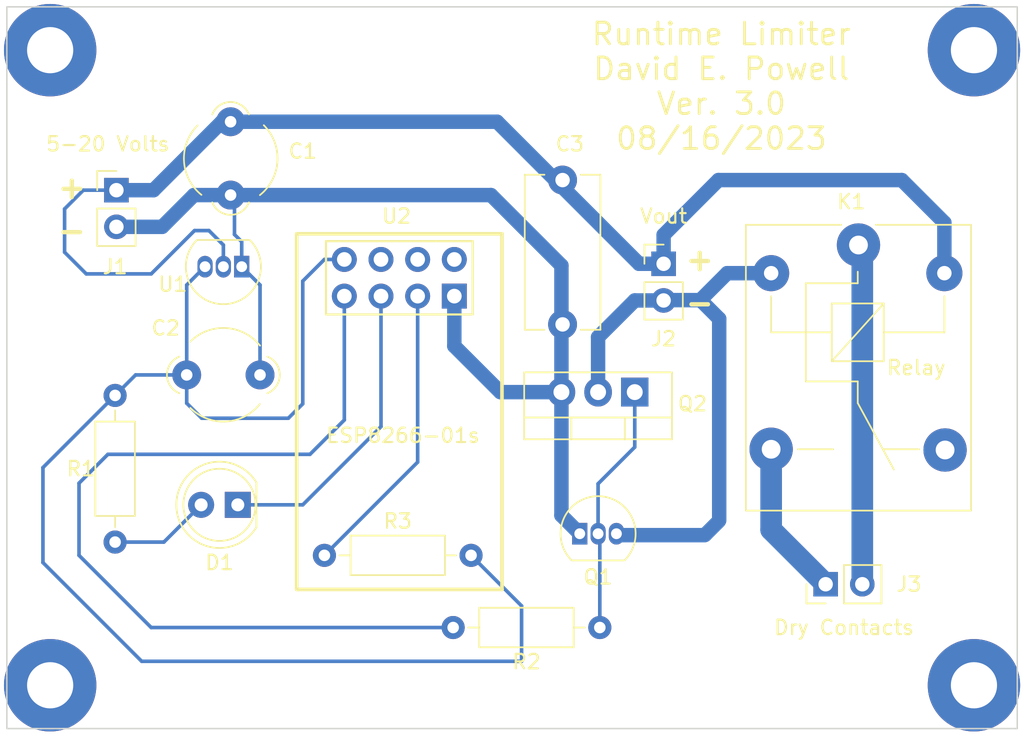
<source format=kicad_pcb>
(kicad_pcb (version 20211014) (generator pcbnew)
  (title_block (title "Runtime Limiter") (date "2023-06-26") (rev "01") (company "David E. Powell"))
  (layers (0 "F.Cu" signal) (31 "B.Cu" signal) (36 "B.SilkS" user "B.Silkscreen") (37 "F.SilkS" user "F.Silkscreen") (38 "B.Mask" user) (39 "F.Mask" user) (44 "Edge.Cuts" user))
  (net 0 "")
  (net 1 "GNDREF")
  (net 2 "Net-(Q1-Pad2)")
  (net 6 "Net-(R2-Pad2)")
  (net 7 "Net-(D1-Pad1)")
  (net 8 "Net-(D1-Pad2)")
  (net 9 "/Control Power")
  (net 10 "/Internal Power")
  (net 11 "/Control Ground")
  (net 12 "Net-(J3-Pad1)")
  (net 13 "Net-(J3-Pad2)")
  (net 15 "Net-(U2-Pad3)")
  (footprint "MountingHole:MountingHole_3.2mm_M3_Pad" (layer "F.Cu") (at 3 3)
    (fp_text reference "REF**" hide)
    (fp_text value "MountingHole_3.2mm_M3_Pad" hide)
    (pad "1" thru_hole circle locked (at 0 0) (size 6.4 6.4) (drill 3.2) (layers *.Cu *.Mask))
  )
  (footprint "Connector_PinHeader_2.54mm:PinHeader_1x02_P2.54mm_Vertical" (layer "F.Cu") (at 56.725 40 90)
    (fp_text reference "J3" (at 0 5.775) (layer "F.SilkS"))
    (fp_text value "Dry Contacts" (at -3 1.275) (layer "F.SilkS"))
    (fp_line (start -1.33 3.87) (end 1.33 3.87) (layer "F.SilkS") (width 0.12))
    (fp_line (start -1.33 1.27) (end -1.33 3.87) (layer "F.SilkS") (width 0.12))
    (fp_line (start -1.33 1.27) (end 1.33 1.27) (layer "F.SilkS") (width 0.12))
    (fp_line (start -1.33 0) (end -1.33 -1.33) (layer "F.SilkS") (width 0.12))
    (fp_line (start 1.33 1.27) (end 1.33 3.87) (layer "F.SilkS") (width 0.12))
    (fp_line (start -1.33 -1.33) (end 0 -1.33) (layer "F.SilkS") (width 0.12))
    (pad "1" thru_hole rect (at 0 0 90) (size 1.7 1.7) (drill 1) (layers *.Cu *.Mask) (net 12 "Net-(J3-Pad1)"))
    (pad "2" thru_hole oval (at 0 2.54 90) (size 1.7 1.7) (drill 1) (layers *.Cu *.Mask) (net 13 "Net-(J3-Pad2)"))
  )
  (footprint "Resistor_THT:R_Axial_DIN0207_L6.3mm_D2.5mm_P10.16mm_Horizontal" (layer "F.Cu") (at 22 38)
    (fp_text reference "R3" (at 5.08 -2.37) (layer "F.SilkS"))
    (fp_text value "12K")
    (fp_line (start 1.81 1.37) (end 8.35 1.37) (layer "F.SilkS") (width 0.12))
    (fp_line (start 1.81 -1.37) (end 1.81 1.37) (layer "F.SilkS") (width 0.12))
    (fp_line (start 9.12 0) (end 8.35 0) (layer "F.SilkS") (width 0.12))
    (fp_line (start 8.35 -1.37) (end 1.81 -1.37) (layer "F.SilkS") (width 0.12))
    (fp_line (start 1.04 0) (end 1.81 0) (layer "F.SilkS") (width 0.12))
    (fp_line (start 8.35 1.37) (end 8.35 -1.37) (layer "F.SilkS") (width 0.12))
    (pad "1" thru_hole circle (at 0 0) (size 1.6 1.6) (drill 0.8) (layers *.Cu *.Mask) (net 15 "Net-(U2-Pad3)"))
    (pad "2" thru_hole oval (at 10.16 0) (size 1.6 1.6) (drill 0.8) (layers *.Cu *.Mask) (net 10 "/Internal Power"))
  )
  (footprint "MountingHole:MountingHole_3.2mm_M3_Pad" (layer "F.Cu") (at 3 47)
    (fp_text reference "REF**" hide)
    (fp_text value "MountingHole_3.2mm_M3_Pad" hide)
    (pad "1" thru_hole circle locked (at 0 0) (size 6.4 6.4) (drill 3.2) (layers *.Cu *.Mask))
  )
  (footprint "Relay_THT:Relay_SPDT_SANYOU_SRD_Series_Form_C" (layer "F.Cu") (at 59 16.5 -90)
    (fp_text reference "K1" (at -3 0.5 -180) (layer "F.SilkS"))
    (fp_text value "Relay" (at 8.5 -4) (layer "F.SilkS"))
    (fp_line (start 6.05 -5.95) (end 3.55 -5.95) (layer "F.SilkS") (width 0.12))
    (fp_line (start 14.15 4.2) (end 14.15 1.75) (layer "F.SilkS") (width 0.12))
    (fp_line (start 10.95 0.05) (end 15.55 -2.45) (layer "F.SilkS") (width 0.12))
    (fp_line (start 2.65 0.05) (end 1.85 0.05) (layer "F.SilkS") (width 0.12))
    (fp_line (start 9.45 0.05) (end 9.45 3.65) (layer "F.SilkS") (width 0.12))
    (fp_line (start 3.55 6.05) (end 6.05 6.05) (layer "F.SilkS") (width 0.12))
    (fp_line (start 8.05 1.85) (end 4.05 1.85) (layer "F.SilkS") (width 0.12))
    (fp_line (start 6.05 1.85) (end 6.05 6.05) (layer "F.SilkS") (width 0.12))
    (fp_line (start 4.05 -1.75) (end 8.05 -1.75) (layer "F.SilkS") (width 0.12))
    (fp_line (start 2.65 0.05) (end 2.65 3.65) (layer "F.SilkS") (width 0.12))
    (fp_line (start 18.4 -7.8) (end 18.4 7.8) (layer "F.SilkS") (width 0.12))
    (fp_line (start -1.4 1.2) (end -1.4 7.8) (layer "F.SilkS") (width 0.12))
    (fp_line (start -1.4 -7.8) (end -1.4 -1.2) (layer "F.SilkS") (width 0.12))
    (fp_line (start -1.4 -7.8) (end 18.4 -7.8) (layer "F.SilkS") (width 0.12))
    (fp_line (start 6.05 -5.95) (end 6.05 -1.75) (layer "F.SilkS") (width 0.12))
    (fp_line (start 8.05 -1.75) (end 8.05 1.85) (layer "F.SilkS") (width 0.12))
    (fp_line (start 8.05 1.85) (end 4.05 -1.75) (layer "F.SilkS") (width 0.12))
    (fp_line (start 9.45 0.05) (end 10.95 0.05) (layer "F.SilkS") (width 0.12))
    (fp_line (start 18.4 7.8) (end -1.4 7.8) (layer "F.SilkS") (width 0.12))
    (fp_line (start 4.05 1.85) (end 4.05 -1.75) (layer "F.SilkS") (width 0.12))
    (fp_line (start 14.15 -4.2) (end 14.15 -1.7) (layer "F.SilkS") (width 0.12))
    (fp_line (start 9.45 3.65) (end 2.65 3.65) (layer "F.SilkS") (width 0.12))
    (pad "1" thru_hole circle (at 0 0) (size 3 3) (drill 1.3) (layers *.Cu *.Mask) (net 13 "Net-(J3-Pad2)"))
    (pad "2" thru_hole circle (at 1.95 6.05) (size 2.5 2.5) (drill 1) (layers *.Cu *.Mask) (net 11 "/Control Ground"))
    (pad "3" thru_hole circle (at 14.15 6.05) (size 3 3) (drill 1.3) (layers *.Cu *.Mask) (net 12 "Net-(J3-Pad1)"))
    (pad "4" thru_hole circle (at 14.2 -6) (size 3 3) (drill 1.3) (layers *.Cu *.Mask))
    (pad "5" thru_hole circle (at 1.95 -5.95) (size 2.5 2.5) (drill 1) (layers *.Cu *.Mask) (net 9 "/Control Power"))
  )
  (footprint "MountingHole:MountingHole_3.2mm_M3_Pad" (layer "F.Cu") (at 67 47)
    (fp_text reference "REF**" hide)
    (fp_text value "MountingHole_3.2mm_M3_Pad" hide)
    (pad "1" thru_hole circle locked (at 0 0) (size 6.4 6.4) (drill 3.2) (layers *.Cu *.Mask))
  )
  (footprint "Connector_PinHeader_2.54mm:PinHeader_1x02_P2.54mm_Vertical" (layer "F.Cu") (at 7.59 12.7)
    (fp_text reference "J1" (at -0.09 5.3) (layer "F.SilkS"))
    (fp_text value "5-20 Volts" (at -0.59 -3.2) (layer "F.SilkS"))
    (fp_line (start 1.33 1.27) (end 1.33 3.87) (layer "F.SilkS") (width 0.12))
    (fp_line (start -1.33 0) (end -1.33 -1.33) (layer "F.SilkS") (width 0.12))
    (fp_line (start -1.33 3.87) (end 1.33 3.87) (layer "F.SilkS") (width 0.12))
    (fp_line (start -1.33 1.27) (end -1.33 3.87) (layer "F.SilkS") (width 0.12))
    (fp_line (start -1.33 1.27) (end 1.33 1.27) (layer "F.SilkS") (width 0.12))
    (fp_line (start -1.33 -1.33) (end 0 -1.33) (layer "F.SilkS") (width 0.12))
    (pad "1" thru_hole rect (at 0 0) (size 1.7 1.7) (drill 1) (layers *.Cu *.Mask) (net 9 "/Control Power"))
    (pad "2" thru_hole oval (at 0 2.54) (size 1.7 1.7) (drill 1) (layers *.Cu *.Mask) (net 1 "GNDREF"))
  )
  (footprint "Connector_PinHeader_2.54mm:PinHeader_1x02_P2.54mm_Vertical" (layer "F.Cu") (at 45.5 17.8)
    (fp_text reference "J2" (at 0 5.2) (layer "F.SilkS"))
    (fp_text value "Vout" (at 0 -3.3) (layer "F.SilkS"))
    (fp_line (start -1.33 3.87) (end 1.33 3.87) (layer "F.SilkS") (width 0.12))
    (fp_line (start -1.33 -1.33) (end 0 -1.33) (layer "F.SilkS") (width 0.12))
    (fp_line (start -1.33 1.27) (end -1.33 3.87) (layer "F.SilkS") (width 0.12))
    (fp_line (start -1.33 0) (end -1.33 -1.33) (layer "F.SilkS") (width 0.12))
    (fp_line (start 1.33 1.27) (end 1.33 3.87) (layer "F.SilkS") (width 0.12))
    (fp_line (start -1.33 1.27) (end 1.33 1.27) (layer "F.SilkS") (width 0.12))
    (pad "1" thru_hole rect (at 0 0) (size 1.7 1.7) (drill 1) (layers *.Cu *.Mask) (net 9 "/Control Power"))
    (pad "2" thru_hole oval (at 0 2.54) (size 1.7 1.7) (drill 1) (layers *.Cu *.Mask) (net 11 "/Control Ground"))
  )
  (footprint "Ferrite_THT:LairdTech_28C0236-0JW-10" (layer "F.Cu") (at 12.46 25.5)
    (fp_text reference "C2" (at -1.46 -3.24781) (layer "F.SilkS"))
    (fp_text value "1.0" hide)
    (fp_arc (start 0.239932 -2.300068) (mid 2.71988 -3.24781) (end 5.08 -2.032) (layer "F.SilkS") (width 0.12))
    (fp_arc (start 5.064465 2.019572) (mid 2.71878 3.227946) (end 0.254 2.286) (layer "F.SilkS") (width 0.12))
    (fp_arc (start -0.508 1.27) (mid -1.367832 0) (end -0.508 -1.27) (layer "F.SilkS") (width 0.12))
    (fp_arc (start 5.588 -1.27) (mid 6.447832 0) (end 5.588 1.27) (layer "F.SilkS") (width 0.12))
    (pad "1" thru_hole circle (at 0 0) (size 2 2) (drill 0.8) (layers *.Cu *.Mask) (net 10 "/Internal Power"))
    (pad "2" thru_hole circle (at 5.08 0) (size 2 2) (drill 0.8) (layers *.Cu *.Mask) (net 1 "GNDREF"))
  )
  (footprint "Resistor_THT:R_Axial_DIN0207_L6.3mm_D2.5mm_P10.16mm_Horizontal" (layer "F.Cu") (at 7.5 37.08 90)
    (fp_text reference "R1" (at 5.08 -2.37) (layer "F.SilkS"))
    (fp_text value "220" hide)
    (fp_line (start 8.35 1.37) (end 8.35 -1.37) (layer "F.SilkS") (width 0.12))
    (fp_line (start 1.81 -1.37) (end 1.81 1.37) (layer "F.SilkS") (width 0.12))
    (fp_line (start 9.12 0) (end 8.35 0) (layer "F.SilkS") (width 0.12))
    (fp_line (start 1.04 0) (end 1.81 0) (layer "F.SilkS") (width 0.12))
    (fp_line (start 1.81 1.37) (end 8.35 1.37) (layer "F.SilkS") (width 0.12))
    (fp_line (start 8.35 -1.37) (end 1.81 -1.37) (layer "F.SilkS") (width 0.12))
    (pad "1" thru_hole circle (at 0 0 90) (size 1.6 1.6) (drill 0.8) (layers *.Cu *.Mask) (net 8 "Net-(D1-Pad2)"))
    (pad "2" thru_hole oval (at 10.16 0 90) (size 1.6 1.6) (drill 0.8) (layers *.Cu *.Mask) (net 10 "/Internal Power"))
  )
  (footprint "Package_TO_SOT_THT:TO-92_Inline" (layer "F.Cu") (at 16.27 18 180)
    (fp_text reference "U1" (at 4.77 -1.22) (layer "F.SilkS"))
    (fp_text value "MCP1700-330" hide)
    (fp_line (start -0.53 1.85) (end 3.07 1.85) (layer "F.SilkS") (width 0.12))
    (fp_arc (start 1.27 -2.6) (mid 3.672087 -0.994977) (end 3.108478 1.838478) (layer "F.SilkS") (width 0.12))
    (fp_arc (start -0.568478 1.838478) (mid -1.132087 -0.994977) (end 1.27 -2.6) (layer "F.SilkS") (width 0.12))
    (pad "1" thru_hole rect (at 0 0 180) (size 1.05 1.5) (drill 0.75) (layers *.Cu *.Mask) (net 1 "GNDREF"))
    (pad "2" thru_hole oval (at 1.27 0 180) (size 1.05 1.5) (drill 0.75) (layers *.Cu *.Mask) (net 9 "/Control Power"))
    (pad "3" thru_hole oval (at 2.54 0 180) (size 1.05 1.5) (drill 0.75) (layers *.Cu *.Mask) (net 10 "/Internal Power"))
  )
  (footprint "Resistor_THT:R_Axial_DIN0207_L6.3mm_D2.5mm_P10.16mm_Horizontal" (layer "F.Cu") (at 41.08 43 180)
    (fp_text reference "R2" (at 5.08 -2.37) (layer "F.SilkS"))
    (fp_text value "1K" hide)
    (fp_line (start 1.04 0) (end 1.81 0) (layer "F.SilkS") (width 0.12))
    (fp_line (start 9.12 0) (end 8.35 0) (layer "F.SilkS") (width 0.12))
    (fp_line (start 8.35 -1.37) (end 1.81 -1.37) (layer "F.SilkS") (width 0.12))
    (fp_line (start 8.35 1.37) (end 8.35 -1.37) (layer "F.SilkS") (width 0.12))
    (fp_line (start 1.81 -1.37) (end 1.81 1.37) (layer "F.SilkS") (width 0.12))
    (fp_line (start 1.81 1.37) (end 8.35 1.37) (layer "F.SilkS") (width 0.12))
    (pad "1" thru_hole circle (at 0 0 180) (size 1.6 1.6) (drill 0.8) (layers *.Cu *.Mask) (net 2 "Net-(Q1-Pad2)"))
    (pad "2" thru_hole oval (at 10.16 0 180) (size 1.6 1.6) (drill 0.8) (layers *.Cu *.Mask) (net 6 "Net-(R2-Pad2)"))
  )
  (footprint "Package_TO_SOT_THT:TO-220-3_Vertical" (layer "F.Cu") (at 43.5 26.69 180)
    (fp_text reference "Q2" (at -4 -0.81 180) (layer "F.SilkS"))
    (fp_text value "2SD2023" hide)
    (fp_line (start -2.58 -3.27) (end 7.66 -3.27) (layer "F.SilkS") (width 0.12))
    (fp_line (start -2.58 -1.76) (end 7.66 -1.76) (layer "F.SilkS") (width 0.12))
    (fp_line (start 7.66 -3.27) (end 7.66 1.371) (layer "F.SilkS") (width 0.12))
    (fp_line (start -2.58 -3.27) (end -2.58 1.371) (layer "F.SilkS") (width 0.12))
    (fp_line (start 0.69 -3.27) (end 0.69 -1.76) (layer "F.SilkS") (width 0.12))
    (fp_line (start -2.58 1.371) (end 7.66 1.371) (layer "F.SilkS") (width 0.12))
    (fp_line (start 4.391 -3.27) (end 4.391 -1.76) (layer "F.SilkS") (width 0.12))
    (pad "1" thru_hole rect (at 0 0 180) (size 1.905 2) (drill 1.1) (layers *.Cu *.Mask) (net 2 "Net-(Q1-Pad2)"))
    (pad "2" thru_hole oval (at 2.54 0 180) (size 1.905 2) (drill 1.1) (layers *.Cu *.Mask) (net 11 "/Control Ground"))
    (pad "3" thru_hole oval (at 5.08 0 180) (size 1.905 2) (drill 1.1) (layers *.Cu *.Mask) (net 1 "GNDREF"))
  )
  (footprint "LED_THT:LED_D5.0mm" (layer "F.Cu") (at 16 34.5 180)
    (fp_text reference "D1" (at 1.27 -4) (layer "F.SilkS"))
    (fp_text value "LED" hide)
    (fp_line (start -1.29 -1.545) (end -1.29 1.545) (layer "F.SilkS") (width 0.12))
    (fp_arc (start 4.26 -0.000462) (mid 2.072002 2.880433) (end -1.29 1.54483) (layer "F.SilkS") (width 0.12))
    (fp_arc (start -1.29 -1.54483) (mid 2.072002 -2.880433) (end 4.26 0.000462) (layer "F.SilkS") (width 0.12))
    (fp_circle (center 1.27 0) (end 3.77 0) (layer "F.SilkS") (width 0.12) (fill none))
    (pad "1" thru_hole rect (at 0 0 180) (size 1.8 1.8) (drill 0.9) (layers *.Cu *.Mask) (net 7 "Net-(D1-Pad1)"))
    (pad "2" thru_hole circle (at 2.54 0 180) (size 1.8 1.8) (drill 0.9) (layers *.Cu *.Mask) (net 8 "Net-(D1-Pad2)"))
  )
  (footprint "Capacitor_THT:C_Disc_D10.5mm_W5.0mm_P10.00mm" (layer "F.Cu") (at 38.5 12 -90)
    (fp_text reference "C3" (at -2.5 -0.5 180) (layer "F.SilkS"))
    (fp_text value "0.1" hide)
    (fp_line (start -0.37 -2.62) (end -0.37 -1.256) (layer "F.SilkS") (width 0.12))
    (fp_line (start -0.37 -2.62) (end 10.37 -2.62) (layer "F.SilkS") (width 0.12))
    (fp_line (start -0.37 2.62) (end 10.37 2.62) (layer "F.SilkS") (width 0.12))
    (fp_line (start 10.37 -2.62) (end 10.37 -1.256) (layer "F.SilkS") (width 0.12))
    (fp_line (start 10.37 1.256) (end 10.37 2.62) (layer "F.SilkS") (width 0.12))
    (fp_line (start -0.37 1.256) (end -0.37 2.62) (layer "F.SilkS") (width 0.12))
    (pad "1" thru_hole circle (at 0 0 270) (size 2 2) (drill 1) (layers *.Cu *.Mask) (net 9 "/Control Power"))
    (pad "2" thru_hole circle (at 10 0 270) (size 2 2) (drill 1) (layers *.Cu *.Mask) (net 1 "GNDREF"))
  )
  (footprint "ESP8266:ESP8266-01s" (layer "F.Cu") (at 31 17.5 -90)
    (fp_text reference "U2" (at -3 4) (layer "F.SilkS"))
    (fp_text value "ESP8266-01s" (at 12.192 3.556) (layer "F.SilkS"))
    (fp_line (start 22.86 10.922) (end -1.778 10.922) (layer "F.SilkS") (width 0.254))
    (fp_line (start -1.27 -1.27) (end -1.27 1.27) (layer "F.SilkS") (width 0.1524))
    (fp_line (start 22.86 -3.302) (end 22.86 10.922) (layer "F.SilkS") (width 0.254))
    (fp_line (start -1.27 8.89) (end 3.81 8.89) (layer "F.SilkS") (width 0.1524))
    (fp_line (start -1.778 10.922) (end -1.778 -3.302) (layer "F.SilkS") (width 0.254))
    (fp_line (start -1.778 -3.302) (end 22.86 -3.302) (layer "F.SilkS") (width 0.254))
    (fp_line (start -1.27 1.27) (end -1.27 8.89) (layer "F.SilkS") (width 0.1524))
    (fp_line (start 3.81 -1.27) (end 1.27 -1.27) (layer "F.SilkS") (width 0.1524))
    (fp_line (start 1.27 -1.27) (end -1.27 -1.27) (layer "F.SilkS") (width 0.1524))
    (fp_line (start 3.81 8.89) (end 3.81 -1.27) (layer "F.SilkS") (width 0.1524))
    (pad "1" thru_hole rect (at 2.54 0 270) (size 1.7272 1.7272) (drill 1.016) (layers *.Cu *.Mask) (net 1 "GNDREF"))
    (pad "2" thru_hole oval (at 0 0 270) (size 1.7272 1.7272) (drill 1.016) (layers *.Cu *.Mask))
    (pad "3" thru_hole oval (at 2.54 2.54 270) (size 1.7272 1.7272) (drill 1.016) (layers *.Cu *.Mask) (net 15 "Net-(U2-Pad3)"))
    (pad "4" thru_hole oval (at 0 2.54 270) (size 1.7272 1.7272) (drill 1.016) (layers *.Cu *.Mask))
    (pad "5" thru_hole oval (at 2.54 5.08 270) (size 1.7272 1.7272) (drill 1.016) (layers *.Cu *.Mask) (net 7 "Net-(D1-Pad1)"))
    (pad "6" thru_hole oval (at 0 5.08 270) (size 1.7272 1.7272) (drill 1.016) (layers *.Cu *.Mask))
    (pad "7" thru_hole oval (at 2.54 7.62 270) (size 1.7272 1.7272) (drill 1.016) (layers *.Cu *.Mask) (net 6 "Net-(R2-Pad2)"))
    (pad "8" thru_hole oval (at 0 7.62 270) (size 1.7272 1.7272) (drill 1.016) (layers *.Cu *.Mask) (net 10 "/Internal Power"))
  )
  (footprint "Package_TO_SOT_THT:TO-92_Inline" (layer "F.Cu") (at 39.69 36.501115)
    (fp_text reference "Q1" (at 1.27 2.998885) (layer "F.SilkS"))
    (fp_text value "2N3904" hide)
    (fp_line (start -0.53 1.85) (end 3.07 1.85) (layer "F.SilkS") (width 0.12))
    (fp_arc (start -0.568478 1.838478) (mid -1.132087 -0.994977) (end 1.27 -2.6) (layer "F.SilkS") (width 0.12))
    (fp_arc (start 1.27 -2.6) (mid 3.672087 -0.994977) (end 3.108478 1.838478) (layer "F.SilkS") (width 0.12))
    (pad "1" thru_hole rect (at 0 0) (size 1.05 1.5) (drill 0.75) (layers *.Cu *.Mask) (net 1 "GNDREF"))
    (pad "2" thru_hole oval (at 1.27 0) (size 1.05 1.5) (drill 0.75) (layers *.Cu *.Mask) (net 2 "Net-(Q1-Pad2)"))
    (pad "3" thru_hole oval (at 2.54 0) (size 1.05 1.5) (drill 0.75) (layers *.Cu *.Mask) (net 11 "/Control Ground"))
  )
  (footprint "Ferrite_THT:LairdTech_28C0236-0JW-10" (layer "F.Cu") (at 15.5 7.96 -90)
    (fp_text reference "C1" (at 2.04 -5 180) (layer "F.SilkS"))
    (fp_text value "1.0" hide)
    (fp_arc (start 5.588 -1.27) (mid 6.447832 0) (end 5.588 1.27) (layer "F.SilkS") (width 0.12))
    (fp_arc (start -0.508 1.27) (mid -1.367832 0) (end -0.508 -1.27) (layer "F.SilkS") (width 0.12))
    (fp_arc (start 5.064465 2.019572) (mid 2.71878 3.227946) (end 0.254 2.286) (layer "F.SilkS") (width 0.12))
    (fp_arc (start 0.239932 -2.300068) (mid 2.71988 -3.24781) (end 5.08 -2.032) (layer "F.SilkS") (width 0.12))
    (pad "1" thru_hole circle (at 0 0 270) (size 2 2) (drill 0.8) (layers *.Cu *.Mask) (net 9 "/Control Power"))
    (pad "2" thru_hole circle (at 5.08 0 270) (size 2 2) (drill 0.8) (layers *.Cu *.Mask) (net 1 "GNDREF"))
  )
  (footprint "MountingHole:MountingHole_3.2mm_M3_Pad" (layer "F.Cu") (at 67 3)
    (fp_text reference "REF**" hide)
    (fp_text value "MountingHole_3.2mm_M3_Pad" hide)
    (pad "1" thru_hole circle locked (at 0 0) (size 6.4 6.4) (drill 3.2) (layers *.Cu *.Mask))
  )
  (gr_rect locked (start 0 0) (end 70 50) (layer "Edge.Cuts") (width 0.1) (fill none))
  (gr_text "+" (at 48 17.5) (layer "F.SilkS") (effects (font (size 1.5 1.5) (thickness 0.3))))
  (gr_text "-" (at 4.5 15.5) (layer "F.SilkS") (effects (font (size 1.5 1.5) (thickness 0.3))))
  (gr_text "Runtime Limiter\nDavid E. Powell\nVer. 3.0\n08/16/2023" (at 49.5 5.5) (layer "F.SilkS") (effects (font (size 1.5 1.5) (thickness 0.2))))
  (gr_text "+" (at 4.5 12.5) (layer "F.SilkS") (effects (font (size 1.5 1.5) (thickness 0.3))))
  (gr_text "-" (at 48 20.5) (layer "F.SilkS") (effects (font (size 1.5 1.5) (thickness 0.3))))
  (segment (start 31 23.5) (end 34.19 26.69) (width 1) (layer "B.Cu") (net 1))
  (segment (start 34.19 26.69) (end 38.42 26.69) (width 1) (layer "B.Cu") (net 1))
  (segment (start 38.42 26.69) (end 38.42 35.231115) (width 1) (layer "B.Cu") (net 1))
  (segment (start 38.42 35.231115) (end 39.69 36.501115) (width 1) (layer "B.Cu") (net 1))
  (segment (start 16 13.54) (end 15.77 13.77) (width 0.25) (layer "B.Cu") (net 1))
  (segment (start 31 20.04) (end 31 23.5) (width 1) (layer "B.Cu") (net 1))
  (segment (start 15.5 13.04) (end 33.54 13.04) (width 1) (layer "B.Cu") (net 1))
  (segment (start 17.54 19.27) (end 17.54 25.5) (width 0.25) (layer "B.Cu") (net 1))
  (segment (start 16.27 18) (end 17.54 19.27) (width 0.25) (layer "B.Cu") (net 1))
  (segment (start 38.42 17.92) (end 38.42 26.69) (width 1) (layer "B.Cu") (net 1))
  (segment (start 10.76 15.24) (end 7.59 15.24) (width 1) (layer "B.Cu") (net 1))
  (segment (start 15.5 13.04) (end 12.96 13.04) (width 1) (layer "B.Cu") (net 1))
  (segment (start 33.54 13.04) (end 38.42 17.92) (width 1) (layer "B.Cu") (net 1))
  (segment (start 15.5 13.04) (end 16 13.54) (width 0.25) (layer "B.Cu") (net 1))
  (segment (start 15.77 13.77) (end 15.77 15.77) (width 0.25) (layer "B.Cu") (net 1))
  (segment (start 16.27 16.27) (end 16.27 18) (width 0.25) (layer "B.Cu") (net 1))
  (segment (start 12.96 13.04) (end 10.76 15.24) (width 1) (layer "B.Cu") (net 1))
  (segment (start 15.77 15.77) (end 16.27 16.27) (width 0.25) (layer "B.Cu") (net 1))
  (segment (start 43.5 26.69) (end 43.5 30.5) (width 0.25) (layer "B.Cu") (net 2))
  (segment (start 43.5 30.5) (end 40.96 33.04) (width 0.25) (layer "B.Cu") (net 2))
  (segment (start 41.08 36.621115) (end 40.96 36.501115) (width 0.25) (layer "B.Cu") (net 2))
  (segment (start 41.08 43) (end 41.08 36.621115) (width 0.25) (layer "B.Cu") (net 2))
  (segment (start 40.96 33.04) (end 40.96 36.501115) (width 0.25) (layer "B.Cu") (net 2))
  (segment (start 23.38 28.62) (end 23.38 20.04) (width 0.25) (layer "B.Cu") (net 6))
  (segment (start 21 31) (end 23.38 28.62) (width 0.25) (layer "B.Cu") (net 6))
  (segment (start 30.92 43) (end 10 43) (width 0.25) (layer "B.Cu") (net 6))
  (segment (start 10 43) (end 5 38) (width 0.25) (layer "B.Cu") (net 6))
  (segment (start 7 31) (end 21 31) (width 0.25) (layer "B.Cu") (net 6))
  (segment (start 5 38) (end 5 33) (width 0.25) (layer "B.Cu") (net 6))
  (segment (start 5 33) (end 7 31) (width 0.25) (layer "B.Cu") (net 6))
  (segment (start 16 34.5) (end 20.5 34.5) (width 0.25) (layer "B.Cu") (net 7))
  (segment (start 20.5 34.5) (end 25.92 29.08) (width 0.25) (layer "B.Cu") (net 7))
  (segment (start 25.92 29.08) (end 25.92 20.04) (width 0.25) (layer "B.Cu") (net 7))
  (segment (start 7.5 37.08) (end 10.88 37.08) (width 0.25) (layer "B.Cu") (net 8))
  (segment (start 10.88 37.08) (end 13.46 34.5) (width 0.25) (layer "B.Cu") (net 8))
  (segment (start 10.16 12.7) (end 7.59 12.7) (width 1) (layer "B.Cu") (net 9))
  (segment (start 15 16.5) (end 14 15.5) (width 0.25) (layer "B.Cu") (net 9))
  (segment (start 49.3 12) (end 62 12) (width 1) (layer "B.Cu") (net 9))
  (segment (start 45.5 17.8) (end 45.5 15.8) (width 1) (layer "B.Cu") (net 9))
  (segment (start 62 12) (end 64.95 14.95) (width 1) (layer "B.Cu") (net 9))
  (segment (start 15 18.64) (end 15 16.5) (width 0.25) (layer "B.Cu") (net 9))
  (segment (start 33.96 7.96) (end 15.5 7.96) (width 1) (layer "B.Cu") (net 9))
  (segment (start 43.8 17.8) (end 33.96 7.96) (width 1) (layer "B.Cu") (net 9))
  (segment (start 45.5 17.8) (end 43.8 17.8) (width 1) (layer "B.Cu") (net 9))
  (segment (start 5.5 18.5) (end 4 17) (width 0.25) (layer "B.Cu") (net 9))
  (segment (start 13 15.5) (end 10 18.5) (width 0.25) (layer "B.Cu") (net 9))
  (segment (start 14.9 7.96) (end 10.16 12.7) (width 1) (layer "B.Cu") (net 9))
  (segment (start 64.95 14.95) (end 64.95 18.45) (width 1) (layer "B.Cu") (net 9))
  (segment (start 14 15.5) (end 13 15.5) (width 0.25) (layer "B.Cu") (net 9))
  (segment (start 10 18.5) (end 5.5 18.5) (width 0.25) (layer "B.Cu") (net 9))
  (segment (start 45.5 15.8) (end 49.3 12) (width 1) (layer "B.Cu") (net 9))
  (segment (start 4 14) (end 5.3 12.7) (width 0.25) (layer "B.Cu") (net 9))
  (segment (start 5.3 12.7) (end 7.59 12.7) (width 0.25) (layer "B.Cu") (net 9))
  (segment (start 4 17) (end 4 14) (width 0.25) (layer "B.Cu") (net 9))
  (segment (start 15.5 7.96) (end 14.9 7.96) (width 1) (layer "B.Cu") (net 9))
  (segment (start 12.46 27.46) (end 12.46 25.5) (width 0.25) (layer "B.Cu") (net 10))
  (segment (start 8.92 25.5) (end 12.46 25.5) (width 0.25) (layer "B.Cu") (net 10))
  (segment (start 35.66 41.5) (end 35.66 45.34) (width 0.25) (layer "B.Cu") (net 10))
  (segment (start 19.5 28.5) (end 13.5 28.5) (width 0.25) (layer "B.Cu") (net 10))
  (segment (start 20.5 27.5) (end 19.5 28.5) (width 0.25) (layer "B.Cu") (net 10))
  (segment (start 12.46 19.27) (end 13.73 18) (width 0.25) (layer "B.Cu") (net 10))
  (segment (start 13.5 28.5) (end 12.46 27.46) (width 0.25) (layer "B.Cu") (net 10))
  (segment (start 22 17.5) (end 20.5 19) (width 0.25) (layer "B.Cu") (net 10))
  (segment (start 20.5 19) (end 20.5 27.5) (width 0.25) (layer "B.Cu") (net 10))
  (segment (start 2.5 31.92) (end 7.5 26.92) (width 0.25) (layer "B.Cu") (net 10))
  (segment (start 12.46 25.5) (end 12.46 19.27) (width 0.25) (layer "B.Cu") (net 10))
  (segment (start 9.34 45.34) (end 2.5 38.5) (width 0.25) (layer "B.Cu") (net 10))
  (segment (start 32.16 38) (end 35.66 41.5) (width 0.25) (layer "B.Cu") (net 10))
  (segment (start 7.5 26.92) (end 8.92 25.5) (width 0.25) (layer "B.Cu") (net 10))
  (segment (start 35.66 45.34) (end 9.34 45.34) (width 0.25) (layer "B.Cu") (net 10))
  (segment (start 2.5 38.5) (end 2.5 31.92) (width 0.25) (layer "B.Cu") (net 10))
  (segment (start 23.38 17.5) (end 22 17.5) (width 0.25) (layer "B.Cu") (net 10))
  (segment (start 45.523308 20.316692) (end 48.041243 20.316692) (width 1) (layer "B.Cu") (net 11))
  (segment (start 49.35 21.61) (end 49.35 35.58) (width 1) (layer "B.Cu") (net 11))
  (segment (start 43.5 20.34) (end 40.96 22.88) (width 1) (layer "B.Cu") (net 11))
  (segment (start 45.5 20.34) (end 45.523308 20.316692) (width 1) (layer "B.Cu") (net 11))
  (segment (start 40.96 22.88) (end 40.96 26.69) (width 1) (layer "B.Cu") (net 11))
  (segment (start 45.5 20.34) (end 43.5 20.34) (width 1) (layer "B.Cu") (net 11))
  (segment (start 49.310557 35.639442) (end 48.389442 36.560557) (width 1) (layer "B.Cu") (net 11))
  (segment (start 48.35 36.6) (end 42.270557 36.6) (width 1) (layer "B.Cu") (net 11))
  (segment (start 49.907935 18.45) (end 52.95 18.45) (width 1) (layer "B.Cu") (net 11))
  (segment (start 48.08 20.34) (end 49.35 21.61) (width 1) (layer "B.Cu") (net 11))
  (segment (start 48.041243 20.316692) (end 49.907935 18.45) (width 1) (layer "B.Cu") (net 11))
  (segment (start 52.95 30.65) (end 52.95 36.225) (width 1.5) (layer "B.Cu") (net 12))
  (segment (start 52.95 36.225) (end 56.725 40) (width 1.5) (layer "B.Cu") (net 12))
  (segment (start 59.265 16.765) (end 59 16.5) (width 1.5) (layer "B.Cu") (net 13))
  (segment (start 59.265 40) (end 59.265 16.765) (width 1.5) (layer "B.Cu") (net 13))
  (segment (start 28.46 31.54) (end 28.46 20.04) (width 0.25) (layer "B.Cu") (net 15))
  (segment (start 22 38) (end 28.46 31.54) (width 0.25) (layer "B.Cu") (net 15))
)
</source>
